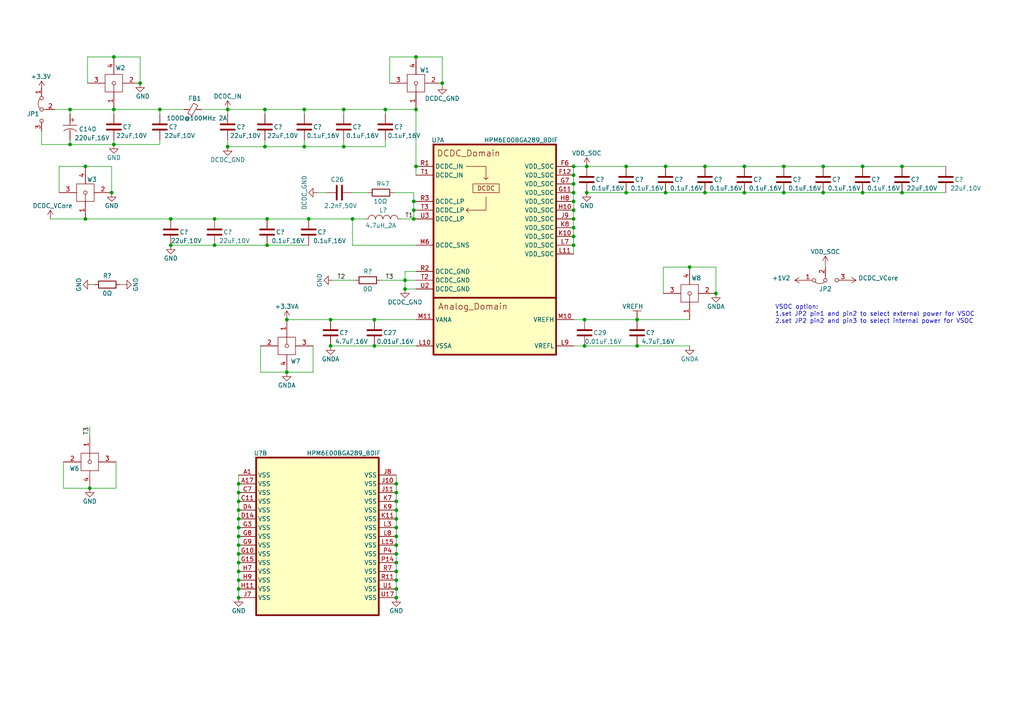
<source format=kicad_sch>
(kicad_sch (version 20230121) (generator eeschema)
  (paper "A4")
  (title_block (title "HPM6E00ADCEVKRevC") (date "2024-09-17") (rev "RevC") (comment 1 "MCU_POWER"))
  (junction (at 66.04 42.545))
  (junction (at 95.885 100.33))
  (junction (at 32.385 55.88))
  (junction (at 114.935 155.575))
  (junction (at 20.32 31.75))
  (junction (at 83.185 92.71))
  (junction (at 166.37 50.8))
  (junction (at 261.62 48.26))
  (junction (at 114.935 158.115))
  (junction (at 69.215 168.275))
  (junction (at 26.035 141.605))
  (junction (at 62.23 63.5))
  (junction (at 204.47 48.26))
  (junction (at 184.785 100.33))
  (junction (at 114.935 153.035))
  (junction (at 238.76 48.26))
  (junction (at 117.475 83.82))
  (junction (at 49.53 71.12))
  (junction (at 24.765 48.26))
  (junction (at 76.835 31.75))
  (junction (at 114.935 165.735))
  (junction (at 99.695 31.75))
  (junction (at 69.215 142.875))
  (junction (at 69.215 160.655))
  (junction (at 166.37 55.88))
  (junction (at 114.935 170.815))
  (junction (at 88.265 42.545))
  (junction (at 114.935 168.275))
  (junction (at 184.785 92.71))
  (junction (at 193.04 48.26))
  (junction (at 77.47 71.12))
  (junction (at 69.215 163.195))
  (junction (at 238.76 55.88))
  (junction (at 114.935 160.655))
  (junction (at 76.835 42.545))
  (junction (at 117.475 81.28))
  (junction (at 114.935 163.195))
  (junction (at 166.37 58.42))
  (junction (at 108.585 100.33))
  (junction (at 166.37 60.96))
  (junction (at 215.9 48.26))
  (junction (at 170.18 55.88))
  (junction (at 46.355 31.75))
  (junction (at 69.215 165.735))
  (junction (at 120.015 58.42))
  (junction (at 120.015 63.5))
  (junction (at 169.545 92.71))
  (junction (at 102.235 63.5))
  (junction (at 120.65 16.51))
  (junction (at 114.935 173.355))
  (junction (at 227.33 55.88))
  (junction (at 261.62 55.88))
  (junction (at 215.9 55.88))
  (junction (at 69.215 158.115))
  (junction (at 170.18 48.26))
  (junction (at 128.27 24.13))
  (junction (at 120.65 48.26))
  (junction (at 193.04 55.88))
  (junction (at 166.37 53.34))
  (junction (at 166.37 71.12))
  (junction (at 89.535 63.5))
  (junction (at 69.215 147.955))
  (junction (at 24.765 63.5))
  (junction (at 20.32 41.91))
  (junction (at 169.545 100.33))
  (junction (at 120.015 60.96))
  (junction (at 181.61 48.26))
  (junction (at 33.02 31.75))
  (junction (at 77.47 63.5))
  (junction (at 33.02 41.91))
  (junction (at 108.585 92.71))
  (junction (at 69.215 140.335))
  (junction (at 250.19 55.88))
  (junction (at 62.23 71.12))
  (junction (at 114.935 142.875))
  (junction (at 69.215 145.415))
  (junction (at 120.65 31.75))
  (junction (at 114.935 147.955))
  (junction (at 204.47 55.88))
  (junction (at 69.215 153.035))
  (junction (at 166.37 66.04))
  (junction (at 114.935 150.495))
  (junction (at 227.33 48.26))
  (junction (at 114.935 145.415))
  (junction (at 166.37 48.26))
  (junction (at 114.935 140.335))
  (junction (at 166.37 63.5))
  (junction (at 111.76 31.75))
  (junction (at 181.61 55.88))
  (junction (at 207.645 85.09))
  (junction (at 200.025 77.47))
  (junction (at 69.215 170.815))
  (junction (at 250.19 48.26))
  (junction (at 49.53 63.5))
  (junction (at 40.64 24.13))
  (junction (at 99.695 42.545))
  (junction (at 33.02 16.51))
  (junction (at 95.885 92.71))
  (junction (at 69.215 155.575))
  (junction (at 83.185 107.95))
  (junction (at 69.215 150.495))
  (junction (at 69.215 173.355))
  (junction (at 166.37 68.58))
  (junction (at 66.04 31.75))
  (junction (at 88.265 31.75))
  (wire (pts (xy 75.565 107.95) (xy 83.185 107.95)))
  (wire (pts (xy 261.62 55.88) (xy 274.32 55.88)))
  (wire (pts (xy 69.215 168.275) (xy 69.215 170.815)))
  (wire (pts (xy 261.62 48.26) (xy 274.32 48.26)))
  (wire (pts (xy 33.02 31.75) (xy 33.02 33.02)))
  (wire (pts (xy 12.065 38.1) (xy 12.065 41.91)))
  (wire (pts (xy 114.935 158.115) (xy 114.935 160.655)))
  (wire (pts (xy 114.935 147.955) (xy 114.935 150.495)))
  (wire (pts (xy 102.235 55.88) (xy 106.68 55.88)))
  (wire (pts (xy 114.935 150.495) (xy 114.935 153.035)))
  (wire (pts (xy 110.49 81.28) (xy 117.475 81.28)))
  (wire (pts (xy 96.52 81.28) (xy 102.87 81.28)))
  (wire (pts (xy 25.4 24.13) (xy 25.4 16.51)))
  (wire (pts (xy 26.67 82.55) (xy 27.305 82.55)))
  (wire (pts (xy 12.065 25.4) (xy 12.065 26.035)))
  (wire (pts (xy 120.65 31.75) (xy 120.65 48.26)))
  (wire (pts (xy 95.885 92.71) (xy 108.585 92.71)))
  (wire (pts (xy 33.02 41.91) (xy 46.355 41.91)))
  (wire (pts (xy 102.235 71.12) (xy 102.235 63.5)))
  (wire (pts (xy 181.61 48.26) (xy 170.18 48.26)))
  (wire (pts (xy 114.935 160.655) (xy 114.935 163.195)))
  (wire (pts (xy 192.405 77.47) (xy 200.025 77.47)))
  (wire (pts (xy 120.65 58.42) (xy 120.015 58.42)))
  (wire (pts (xy 114.935 163.195) (xy 114.935 165.735)))
  (wire (pts (xy 238.76 55.88) (xy 250.19 55.88)))
  (wire (pts (xy 166.37 66.04) (xy 166.37 68.58)))
  (wire (pts (xy 26.035 141.605) (xy 33.655 141.605)))
  (wire (pts (xy 18.415 141.605) (xy 26.035 141.605)))
  (wire (pts (xy 250.19 48.26) (xy 261.62 48.26)))
  (wire (pts (xy 227.33 55.88) (xy 238.76 55.88)))
  (wire (pts (xy 99.695 31.75) (xy 99.695 33.02)))
  (wire (pts (xy 120.015 58.42) (xy 120.015 60.96)))
  (wire (pts (xy 75.565 100.33) (xy 75.565 107.95)))
  (wire (pts (xy 114.935 137.795) (xy 114.935 140.335)))
  (wire (pts (xy 69.215 147.955) (xy 69.215 150.495)))
  (wire (pts (xy 99.695 42.545) (xy 111.76 42.545)))
  (wire (pts (xy 25.4 16.51) (xy 33.02 16.51)))
  (wire (pts (xy 33.655 133.985) (xy 33.655 141.605)))
  (wire (pts (xy 88.265 40.64) (xy 88.265 42.545)))
  (wire (pts (xy 181.61 55.88) (xy 170.18 55.88)))
  (wire (pts (xy 20.32 31.75) (xy 33.02 31.75)))
  (wire (pts (xy 69.215 137.795) (xy 69.215 140.335)))
  (wire (pts (xy 88.265 42.545) (xy 99.695 42.545)))
  (wire (pts (xy 32.385 48.26) (xy 32.385 55.88)))
  (wire (pts (xy 114.935 142.875) (xy 114.935 145.415)))
  (wire (pts (xy 89.535 63.5) (xy 102.235 63.5)))
  (wire (pts (xy 111.76 31.75) (xy 111.76 33.02)))
  (wire (pts (xy 69.215 163.195) (xy 69.215 165.735)))
  (wire (pts (xy 77.47 71.12) (xy 89.535 71.12)))
  (wire (pts (xy 128.27 16.51) (xy 128.27 24.13)))
  (wire (pts (xy 166.37 60.96) (xy 166.37 63.5)))
  (wire (pts (xy 76.835 40.64) (xy 76.835 42.545)))
  (wire (pts (xy 166.37 68.58) (xy 166.37 71.12)))
  (wire (pts (xy 117.475 81.28) (xy 117.475 78.74)))
  (wire (pts (xy 76.835 42.545) (xy 88.265 42.545)))
  (wire (pts (xy 120.65 48.26) (xy 120.65 50.8)))
  (wire (pts (xy 114.3 55.88) (xy 120.015 55.88)))
  (wire (pts (xy 69.215 170.815) (xy 69.215 173.355)))
  (wire (pts (xy 114.935 145.415) (xy 114.935 147.955)))
  (wire (pts (xy 111.76 40.64) (xy 111.76 42.545)))
  (wire (pts (xy 120.65 71.12) (xy 102.235 71.12)))
  (wire (pts (xy 99.695 31.75) (xy 111.76 31.75)))
  (wire (pts (xy 17.145 55.88) (xy 17.145 48.26)))
  (wire (pts (xy 49.53 71.12) (xy 62.23 71.12)))
  (wire (pts (xy 83.185 92.71) (xy 95.885 92.71)))
  (wire (pts (xy 166.37 48.26) (xy 170.18 48.26)))
  (wire (pts (xy 66.04 31.75) (xy 66.04 33.02)))
  (wire (pts (xy 69.215 155.575) (xy 69.215 158.115)))
  (wire (pts (xy 120.015 55.88) (xy 120.015 58.42)))
  (wire (pts (xy 113.03 24.13) (xy 113.03 16.51)))
  (wire (pts (xy 15.875 31.75) (xy 20.32 31.75)))
  (wire (pts (xy 33.02 40.64) (xy 33.02 41.91)))
  (wire (pts (xy 49.53 63.5) (xy 62.23 63.5)))
  (wire (pts (xy 193.04 48.26) (xy 204.47 48.26)))
  (wire (pts (xy 69.215 153.035) (xy 69.215 155.575)))
  (wire (pts (xy 46.355 40.64) (xy 46.355 41.91)))
  (wire (pts (xy 108.585 100.33) (xy 120.65 100.33)))
  (wire (pts (xy 207.645 77.47) (xy 207.645 85.09)))
  (wire (pts (xy 239.395 76.835) (xy 239.395 77.47)))
  (wire (pts (xy 204.47 48.26) (xy 215.9 48.26)))
  (wire (pts (xy 108.585 92.71) (xy 120.65 92.71)))
  (wire (pts (xy 20.32 41.91) (xy 33.02 41.91)))
  (wire (pts (xy 204.47 55.88) (xy 215.9 55.88)))
  (wire (pts (xy 83.185 107.95) (xy 90.805 107.95)))
  (wire (pts (xy 111.76 31.75) (xy 120.65 31.75)))
  (wire (pts (xy 193.04 55.88) (xy 204.47 55.88)))
  (wire (pts (xy 114.935 140.335) (xy 114.935 142.875)))
  (wire (pts (xy 77.47 63.5) (xy 89.535 63.5)))
  (wire (pts (xy 66.04 40.64) (xy 66.04 42.545)))
  (wire (pts (xy 69.215 142.875) (xy 69.215 145.415)))
  (wire (pts (xy 69.215 140.335) (xy 69.215 142.875)))
  (wire (pts (xy 62.23 63.5) (xy 77.47 63.5)))
  (wire (pts (xy 120.65 60.96) (xy 120.015 60.96)))
  (wire (pts (xy 24.765 63.5) (xy 49.53 63.5)))
  (wire (pts (xy 215.9 48.26) (xy 227.33 48.26)))
  (wire (pts (xy 90.805 107.95) (xy 90.805 100.33)))
  (wire (pts (xy 40.64 16.51) (xy 40.64 24.13)))
  (wire (pts (xy 33.02 16.51) (xy 40.64 16.51)))
  (wire (pts (xy 117.475 78.74) (xy 120.65 78.74)))
  (wire (pts (xy 26.035 126.365) (xy 26.035 123.825)))
  (wire (pts (xy 99.695 40.64) (xy 99.695 42.545)))
  (wire (pts (xy 117.475 83.82) (xy 120.65 83.82)))
  (wire (pts (xy 166.37 48.26) (xy 166.37 50.8)))
  (wire (pts (xy 14.605 63.5) (xy 24.765 63.5)))
  (wire (pts (xy 166.37 71.12) (xy 166.37 73.66)))
  (wire (pts (xy 120.015 60.96) (xy 120.015 63.5)))
  (wire (pts (xy 88.265 31.75) (xy 99.695 31.75)))
  (wire (pts (xy 88.265 33.02) (xy 88.265 31.75)))
  (wire (pts (xy 114.935 153.035) (xy 114.935 155.575)))
  (wire (pts (xy 120.65 63.5) (xy 120.015 63.5)))
  (wire (pts (xy 166.37 50.8) (xy 166.37 53.34)))
  (wire (pts (xy 114.935 165.735) (xy 114.935 168.275)))
  (wire (pts (xy 33.02 31.75) (xy 46.355 31.75)))
  (wire (pts (xy 66.04 31.75) (xy 76.835 31.75)))
  (wire (pts (xy 92.075 55.88) (xy 94.615 55.88)))
  (wire (pts (xy 166.37 63.5) (xy 166.37 66.04)))
  (wire (pts (xy 24.765 48.26) (xy 32.385 48.26)))
  (wire (pts (xy 166.37 53.34) (xy 166.37 55.88)))
  (wire (pts (xy 184.785 100.33) (xy 200.025 100.33)))
  (wire (pts (xy 76.835 31.75) (xy 76.835 33.02)))
  (wire (pts (xy 20.32 40.64) (xy 20.32 41.91)))
  (wire (pts (xy 17.145 48.26) (xy 24.765 48.26)))
  (wire (pts (xy 46.355 31.75) (xy 53.34 31.75)))
  (wire (pts (xy 117.475 81.28) (xy 120.65 81.28)))
  (wire (pts (xy 169.545 100.33) (xy 184.785 100.33)))
  (wire (pts (xy 184.785 92.71) (xy 200.025 92.71)))
  (wire (pts (xy 69.215 150.495) (xy 69.215 153.035)))
  (wire (pts (xy 116.205 63.5) (xy 120.015 63.5)))
  (wire (pts (xy 62.23 71.12) (xy 77.47 71.12)))
  (wire (pts (xy 18.415 133.985) (xy 18.415 141.605)))
  (wire (pts (xy 113.03 16.51) (xy 120.65 16.51)))
  (wire (pts (xy 114.935 155.575) (xy 114.935 158.115)))
  (wire (pts (xy 102.235 63.5) (xy 106.045 63.5)))
  (wire (pts (xy 250.19 55.88) (xy 261.62 55.88)))
  (wire (pts (xy 169.545 92.71) (xy 184.785 92.71)))
  (wire (pts (xy 238.76 48.26) (xy 250.19 48.26)))
  (wire (pts (xy 200.025 77.47) (xy 207.645 77.47)))
  (wire (pts (xy 69.215 158.115) (xy 69.215 160.655)))
  (wire (pts (xy 20.32 33.02) (xy 20.32 31.75)))
  (wire (pts (xy 128.27 24.13) (xy 128.27 24.765)))
  (wire (pts (xy 166.37 92.71) (xy 169.545 92.71)))
  (wire (pts (xy 76.835 31.75) (xy 88.265 31.75)))
  (wire (pts (xy 181.61 55.88) (xy 193.04 55.88)))
  (wire (pts (xy 69.215 145.415) (xy 69.215 147.955)))
  (wire (pts (xy 69.215 160.655) (xy 69.215 163.195)))
  (wire (pts (xy 227.33 48.26) (xy 238.76 48.26)))
  (wire (pts (xy 166.37 100.33) (xy 169.545 100.33)))
  (wire (pts (xy 215.9 55.88) (xy 227.33 55.88)))
  (wire (pts (xy 114.935 168.275) (xy 114.935 170.815)))
  (wire (pts (xy 69.215 165.735) (xy 69.215 168.275)))
  (wire (pts (xy 58.42 31.75) (xy 66.04 31.75)))
  (wire (pts (xy 35.56 82.55) (xy 34.925 82.55)))
  (wire (pts (xy 114.935 170.815) (xy 114.935 173.355)))
  (wire (pts (xy 181.61 48.26) (xy 193.04 48.26)))
  (wire (pts (xy 95.885 100.33) (xy 108.585 100.33)))
  (wire (pts (xy 66.04 42.545) (xy 76.835 42.545)))
  (wire (pts (xy 120.65 16.51) (xy 128.27 16.51)))
  (wire (pts (xy 192.405 85.09) (xy 192.405 77.47)))
  (wire (pts (xy 166.37 55.88) (xy 166.37 58.42)))
  (wire (pts (xy 166.37 58.42) (xy 166.37 60.96)))
  (wire (pts (xy 46.355 31.75) (xy 46.355 33.02)))
  (wire (pts (xy 117.475 81.28) (xy 117.475 83.82)))
  (wire (pts (xy 12.065 41.91) (xy 20.32 41.91)))
  (text "VSOC option:\n1.set JP2 pin1 and pin2 to select external power for VSOC\n2.set JP2 pin2 and pin3 to select internal power for VSOC" (at 224.79 93.98 0) (effects (font (size 1.27 1.27)) (justify left bottom)))
  (label "T3" (at 111.76 81.28 0))
  (label "T3" (at 26.035 123.825 270))
  (label "T1" (at 117.475 63.5 0))
  (label "T2" (at 97.79 81.28 0))
  (symbol (lib_id "power:GND") (at 69.215 173.355 0) (unit 1)
    (property "Reference" "#PWR?" (effects hide))
    (property "Value" "GND" (at 67.183 177.165 0) (effects (justify left)))
    (instances (project "HPM5300-POWER" (path "" (reference "#PWR?") (unit 1))) (project "HPM6E00 SKT Board BGA289_BDIF REVA" (path "" (reference "#PWR?") (unit 1))) (project "HPM6E00ADCEVKRevC" (path "" (reference "#PWR0105") (unit 1))) (project "HPM5300 SKT Board LQFP100 REVA" (path "" (reference "#PWR?") (unit 1))))
  )
  (symbol (lib_id "01-HPM-Peripheral:Jumper_3_Bridged12") (at 12.065 31.75 90) (mirror x) (unit 1)
    (property "Reference" "JP1" (at 11.43 33.02 90) (effects (justify left)))
    (property "Value" "Jumper_3_Bridged12" (effects hide))
    (property "Footprint" "05_HPM_Connector_PinHeader:PinHeader_1x03_P2.54mm_Vertical" (effects hide))
  )
  (symbol (lib_id "01-HPM-Peripheral:IPEX3-TXZ_214") (at 24.765 55.88 270) (unit 1)
    (property "Reference" "W3" (at 26.67 52.07 90))
    (property "Value" "IPEX3-TXZ_214" (effects hide))
    (property "Footprint" "01_HPM_Peripheral:RF-SMD_IPEX3-TXZ-214" (effects hide))
    (property "Model" "IPEX3-TXZ_214" (effects hide))
    (property "Company" " SHOU HAN(首韩)" (effects hide))
    (property "SuppliersPartNumber" "C18222211" (effects hide))
    (property "uuid" "std:3c13f2d8b71f4dfdb888abfcda15d851" (effects hide))
  )
  (symbol (lib_id "03_HPM_Capacitance:电解电容_220uF,16V") (at 20.32 36.83 270) (unit 1)
    (property "Reference" "C140" (at 22.86 37.465 90) (effects (justify left)))
    (property "Value" "220uF,16V" (at 21.59 40.005 90) (effects (justify left)))
    (property "Footprint" "03_HPM_Capacitance:CAP-SMD_BD6.3-L6.6-W6.6-LS7.2-R-RD" (effects hide))
    (property "Model" "RVE1C221M0607" (effects hide))
    (property "Company" "ROQANG(容强)" (effects hide))
  )
  (symbol (lib_id "03_HPM_Capacitance:0.1uF,16V_0402") (at 204.47 52.07 0) (unit 1)
    (property "Reference" "C?" (at 207.01 52.07 0) (effects (justify left)))
    (property "Value" "0.1uF,16V" (at 205.74 54.61 0) (effects (justify left)))
    (property "Footprint" "03_HPM_Capacitance:C_0402_1005Metric" (effects hide))
    (property "Model" "CL05B104KO5NNNC" (effects hide))
    (property "Company" "SAMSUNG(三星)" (effects hide))
    (instances (project "HPM5300-POWER" (path "" (reference "C?") (unit 1))) (project "HPM6E00 SKT Board BGA289_BDIF REVA" (path "" (reference "C?") (unit 1))) (project "HPM6E00ADCEVKRevC" (path "" (reference "C35") (unit 1))) (project "HPM5300 SKT Board LQFP100 REVA" (path "" (reference "C?") (unit 1))))
  )
  (symbol (lib_id "01-HPM-Peripheral:Jumper_3_Bridged12") (at 239.395 81.28 0) (mirror x) (unit 1)
    (property "Reference" "JP2" (at 239.395 83.82 0))
    (property "Value" "Jumper_3_Bridged12" (effects hide))
    (property "Footprint" "05_HPM_Connector_PinHeader:PinHeader_1x03_P2.54mm_Vertical" (effects hide))
  )
  (symbol (lib_id "03_HPM_Capacitance:22uF,10V_0603") (at 66.04 36.83 0) (unit 1)
    (property "Reference" "C?" (at 68.58 36.83 0) (effects (justify left)))
    (property "Value" "22uF,10V" (at 66.675 39.37 0) (effects (justify left)))
    (property "Footprint" "03_HPM_Capacitance:C_0805_2012Metric" (effects hide))
    (property "Model" " CL10A226MP8NUNE" (effects hide))
    (property "Company" " SAMSUNG(三星)" (effects hide))
    (instances (project "HPM6E00 SKT Board BGA289_BDIF REVA" (path "" (reference "C?") (unit 1))) (project "HPM6E00ADCEVKRevC" (path "" (reference "C19") (unit 1))))
  )
  (symbol (lib_id "01-HPM-Peripheral:IPEX3-TXZ_214") (at 120.65 24.13 270) (unit 1)
    (property "Reference" "W1" (at 123.19 20.32 90))
    (property "Value" "IPEX3-TXZ_214" (effects hide))
    (property "Footprint" "01_HPM_Peripheral:RF-SMD_IPEX3-TXZ-214" (effects hide))
    (property "Model" "IPEX3-TXZ_214" (effects hide))
    (property "Company" " SHOU HAN(首韩)" (effects hide))
    (property "SuppliersPartNumber" "C18222211" (effects hide))
    (property "uuid" "std:3c13f2d8b71f4dfdb888abfcda15d851" (effects hide))
  )
  (symbol (lib_id "03_HPM_Capacitance:10nF,16V_0402") (at 108.585 96.52 0) (unit 1)
    (property "Reference" "C27" (at 111.125 96.52 0) (effects (justify left)))
    (property "Value" "0.01uF,16V" (at 109.22 99.06 0) (effects (justify left)))
    (property "Footprint" "03_HPM_Capacitance:C_0402" (effects hide))
    (property "Model" " CC0402KRX7R7BB103" (effects hide))
    (property "Company" " YAGEO(国巨) " (effects hide))
  )
  (symbol (lib_id "00_HPM_power:DCDC_GND") (at 117.475 83.82 0) (unit 1)
    (property "Reference" "#PWR0119" (effects hide))
    (property "Value" "DCDC_GND" (at 117.475 87.63 0))
  )
  (symbol (lib_id "03_HPM_Capacitance:0.1uF,16V_0402") (at 170.18 52.07 0) (unit 1)
    (property "Reference" "C?" (at 172.72 52.07 0) (effects (justify left)))
    (property "Value" "0.1uF,16V" (at 171.45 54.61 0) (effects (justify left)))
    (property "Footprint" "03_HPM_Capacitance:C_0402_1005Metric" (effects hide))
    (property "Model" "CL05B104KO5NNNC" (effects hide))
    (property "Company" "SAMSUNG(三星)" (effects hide))
    (instances (project "HPM5300-POWER" (path "" (reference "C?") (unit 1))) (project "HPM6E00 SKT Board BGA289_BDIF REVA" (path "" (reference "C?") (unit 1))) (project "HPM6E00ADCEVKRevC" (path "" (reference "C31") (unit 1))) (project "HPM5300 SKT Board LQFP100 REVA" (path "" (reference "C?") (unit 1))))
  )
  (symbol (lib_id "00_HPM_power:DCDC_GND") (at 92.075 55.88 270) (unit 1)
    (property "Reference" "#PWR0108" (effects hide))
    (property "Value" "DCDC_GND" (at 88.265 55.88 0))
  )
  (symbol (lib_id "power:+3.3VA") (at 83.185 92.71 0) (unit 1)
    (property "Reference" "#PWR?" (effects hide))
    (property "Value" "+3.3VA" (at 83.185 88.9 0))
    (instances (project "HPM5300-POWER" (path "" (reference "#PWR?") (unit 1))) (project "HPM6E00 SKT Board BGA289_BDIF REVA" (path "" (reference "#PWR?") (unit 1))) (project "HPM6E00ADCEVKRevC" (path "" (reference "#PWR0110") (unit 1))) (project "HPM5300 SKT Board LQFP100 REVA" (path "" (reference "#PWR?") (unit 1))))
  )
  (symbol (lib_id "power:GND") (at 32.385 55.88 0) (unit 1)
    (property "Reference" "#PWR?" (effects hide))
    (property "Value" "GND" (at 30.353 59.69 0) (effects (justify left)))
    (instances (project "HPM5300-POWER" (path "" (reference "#PWR?") (unit 1))) (project "HPM6E00 SKT Board BGA289_BDIF REVA" (path "" (reference "#PWR?") (unit 1))) (project "HPM6E00ADCEVKRevC" (path "" (reference "#PWR0115") (unit 1))) (project "HPM5300 SKT Board LQFP100 REVA" (path "" (reference "#PWR?") (unit 1))))
  )
  (symbol (lib_id "00_HPM_power:DCDC_VCore") (at 245.745 81.28 270) (mirror x) (unit 1) (in_bom no) (on_board no)
    (property "Reference" "#PWR0125" (effects hide))
    (property "Value" "DCDC_VCore" (at 248.92 80.645 90) (effects (justify left)))
  )
  (symbol (lib_id "power:GND") (at 33.02 41.91 0) (unit 1)
    (property "Reference" "#PWR?" (effects hide))
    (property "Value" "GND" (at 30.988 45.72 0) (effects (justify left)))
    (instances (project "HPM5300-POWER" (path "" (reference "#PWR?") (unit 1))) (project "HPM6E00 SKT Board BGA289_BDIF REVA" (path "" (reference "#PWR?") (unit 1))) (project "HPM6E00ADCEVKRevC" (path "" (reference "#PWR0114") (unit 1))) (project "HPM5300 SKT Board LQFP100 REVA" (path "" (reference "#PWR?") (unit 1))))
  )
  (symbol (lib_id "00_HPM_power:DCDC_GND") (at 66.04 42.545 0) (unit 1)
    (property "Reference" "#PWR0109" (effects hide))
    (property "Value" "DCDC_GND" (at 66.04 46.355 0))
  )
  (symbol (lib_id "power:GND") (at 96.52 81.28 270) (unit 1)
    (property "Reference" "#PWR?" (effects hide))
    (property "Value" "GND" (at 92.71 79.248 0) (effects (justify left)))
    (instances (project "HPM5300-POWER" (path "" (reference "#PWR?") (unit 1))) (project "HPM6E00 SKT Board BGA289_BDIF REVA" (path "" (reference "#PWR?") (unit 1))) (project "HPM6E00ADCEVKRevC" (path "" (reference "#PWR0111") (unit 1))) (project "HPM5300 SKT Board LQFP100 REVA" (path "" (reference "#PWR?") (unit 1))))
  )
  (symbol (lib_id "03_HPM_Capacitance:22uF,10V_0603") (at 49.53 67.31 0) (unit 1)
    (property "Reference" "C?" (at 52.07 67.31 0) (effects (justify left)))
    (property "Value" "22uF,10V" (at 49.53 69.85 0) (effects (justify left)))
    (property "Footprint" "03_HPM_Capacitance:C_0805_2012Metric" (effects hide))
    (property "Model" " CL10A226MP8NUNE" (effects hide))
    (property "Company" " SAMSUNG(三星)" (effects hide))
    (instances (project "HPM6E00 SKT Board BGA289_BDIF REVA" (path "" (reference "C?") (unit 1))) (project "HPM6E00ADCEVKRevC" (path "" (reference "C18") (unit 1))))
  )
  (symbol (lib_id "07_HPM_Inductance:4.7uH_2A") (at 111.125 63.5 0) (unit 1)
    (property "Reference" "L?" (at 111.125 60.96 0))
    (property "Value" "4.7uH_2A" (at 110.49 65.405 0))
    (property "Footprint" "07_HPM_Inductance:L_1210_3225Metric" (effects hide))
    (property "Model" "DFE322520FD-4R7M=P2" (effects hide))
    (property "Company" "muRata(村田)" (effects hide))
    (instances (project "HPM5300-POWER" (path "" (reference "L?") (unit 1))) (project "HPM6E00 SKT Board BGA289_BDIF REVA" (path "" (reference "L?") (unit 1))) (project "HPM6E00ADCEVKRevC" (path "" (reference "L4") (unit 1))) (project "HPM5300 SKT Board LQFP100 REVA" (path "" (reference "L?") (unit 1))))
  )
  (symbol (lib_id "03_HPM_Capacitance:0.1uF,16V_0402") (at 215.9 52.07 0) (unit 1)
    (property "Reference" "C?" (at 218.44 52.07 0) (effects (justify left)))
    (property "Value" "0.1uF,16V" (at 217.17 54.61 0) (effects (justify left)))
    (property "Footprint" "03_HPM_Capacitance:C_0402_1005Metric" (effects hide))
    (property "Model" "CL05B104KO5NNNC" (effects hide))
    (property "Company" "SAMSUNG(三星)" (effects hide))
    (instances (project "HPM5300-POWER" (path "" (reference "C?") (unit 1))) (project "HPM6E00 SKT Board BGA289_BDIF REVA" (path "" (reference "C?") (unit 1))) (project "HPM6E00ADCEVKRevC" (path "" (reference "C37") (unit 1))) (project "HPM5300 SKT Board LQFP100 REVA" (path "" (reference "C?") (unit 1))))
  )
  (symbol (lib_id "03_HPM_Capacitance:10nF,16V_0402") (at 169.545 96.52 0) (unit 1)
    (property "Reference" "C29" (at 172.085 96.52 0) (effects (justify left)))
    (property "Value" "0.01uF,16V" (at 169.545 99.06 0) (effects (justify left)))
    (property "Footprint" "03_HPM_Capacitance:C_0402" (effects hide))
    (property "Model" " CC0402KRX7R7BB103" (effects hide))
    (property "Company" " YAGEO(国巨) " (effects hide))
  )
  (symbol (lib_id "03_HPM_Capacitance:22uF,10V_0603") (at 274.32 52.07 0) (unit 1)
    (property "Reference" "C?" (at 276.86 52.07 0) (effects (justify left)))
    (property "Value" "22uF,10V" (at 275.59 54.61 0) (effects (justify left)))
    (property "Footprint" "03_HPM_Capacitance:C_0603_1608Metric" (effects hide))
    (property "Model" " CL10A226MP8NUNE" (effects hide))
    (property "Company" " SAMSUNG(三星)" (effects hide))
    (instances (project "HPM6E00 SKT Board BGA289_BDIF REVA" (path "" (reference "C?") (unit 1))) (project "HPM6E00ADCEVKRevC" (path "" (reference "C39") (unit 1))))
  )
  (symbol (lib_id "01-HPM-Peripheral:IPEX3-TXZ_214") (at 33.02 24.13 270) (unit 1)
    (property "Reference" "W2" (at 34.925 19.685 90))
    (property "Value" "IPEX3-TXZ_214" (effects hide))
    (property "Footprint" "01_HPM_Peripheral:RF-SMD_IPEX3-TXZ-214" (effects hide))
    (property "Model" "IPEX3-TXZ_214" (effects hide))
    (property "Company" " SHOU HAN(首韩)" (effects hide))
    (property "SuppliersPartNumber" "C18222211" (effects hide))
    (property "uuid" "std:3c13f2d8b71f4dfdb888abfcda15d851" (effects hide))
  )
  (symbol (lib_id "02_HPM_Resistor:0Ω_0805") (at 106.68 81.28 0) (unit 1)
    (property "Reference" "R?" (at 106.68 78.74 0))
    (property "Value" "0Ω" (at 106.68 83.82 0))
    (property "Footprint" "02_HPM_Resistor:R_0805_2012Metric" (effects hide))
    (property "Model" "RS-05000JT" (effects hide))
    (property "Company" "FH(风华)" (effects hide))
    (instances (project "HPM6E00 SKT Board BGA289_BDIF REVA" (path "" (reference "R?") (unit 1))) (project "HPM6E00ADCEVKRevC" (path "" (reference "R85") (unit 1))))
  )
  (symbol (lib_id "00_HPM_power:GNDA") (at 83.185 107.95 0) (unit 1)
    (property "Reference" "#PWR?" (effects hide))
    (property "Value" "GNDA" (at 83.185 111.76 0))
    (instances (project "HPM5300-POWER" (path "" (reference "#PWR?") (unit 1))) (project "HPM6E00 SKT Board BGA289_BDIF REVA" (path "" (reference "#PWR?") (unit 1))) (project "HPM6E00ADCEVKRevC" (path "" (reference "#PWR0106") (unit 1))) (project "HPM5300 SKT Board LQFP100 REVA" (path "" (reference "#PWR?") (unit 1))))
  )
  (symbol (lib_id "03_HPM_Capacitance:22uF,10V_0603") (at 76.835 36.83 0) (unit 1)
    (property "Reference" "C?" (at 79.375 36.83 0) (effects (justify left)))
    (property "Value" "22uF,10V" (at 77.47 39.37 0) (effects (justify left)))
    (property "Footprint" "03_HPM_Capacitance:C_0805_2012Metric" (effects hide))
    (property "Model" " CL10A226MP8NUNE" (effects hide))
    (property "Company" " SAMSUNG(三星)" (effects hide))
    (instances (project "HPM6E00 SKT Board BGA289_BDIF REVA" (path "" (reference "C?") (unit 1))) (project "HPM6E00ADCEVKRevC" (path "" (reference "C20") (unit 1))))
  )
  (symbol (lib_id "98_POWER:VDD_SOC") (at 239.395 76.835 0) (mirror y) (unit 1)
    (property "Reference" "#VDD_SOC_PWR?" (effects hide))
    (property "Value" "VDD_SOC" (at 239.395 73.025 0))
    (instances (project "HPM5300-POWER" (path "" (reference "#VDD_SOC_PWR?") (unit 1))) (project "HPM6E00 SKT Board BGA289_BDIF REVA" (path "" (reference "#VDD_SOC_PWR?") (unit 1))) (project "HPM6E00ADCEVKRevC" (path "" (reference "#VDD_SOC_PWR0102") (unit 1))) (project "HPM5300 SKT Board LQFP100 REVA" (path "" (reference "#VDD_SOC_PWR?") (unit 1))))
  )
  (symbol (lib_id "00_HPM_power:DCDC_GND") (at 128.27 24.765 0) (unit 1)
    (property "Reference" "#PWR0123" (effects hide))
    (property "Value" "DCDC_GND" (at 128.27 28.575 0))
  )
  (symbol (lib_id "power:+3.3V") (at 12.065 26.035 0) (unit 1)
    (property "Reference" "#PWR?" (effects hide))
    (property "Value" "+3.3V" (at 8.89 22.225 0) (effects (justify left)))
    (instances (project "HPM5300-POWER" (path "" (reference "#PWR?") (unit 1))) (project "HPM6E00 SKT Board BGA289_BDIF REVA" (path "" (reference "#PWR?") (unit 1))) (project "HPM6E00ADCEVKRevC" (path "" (reference "#PWR0101") (unit 1))) (project "HPM5300 SKT Board LQFP100 REVA" (path "" (reference "#PWR?") (unit 1))))
  )
  (symbol (lib_id "01-HPM-Peripheral:IPEX3-TXZ_214") (at 26.035 133.985 90) (unit 1)
    (property "Reference" "W6" (at 21.59 135.89 90))
    (property "Value" "IPEX3-TXZ_214" (effects hide))
    (property "Footprint" "01_HPM_Peripheral:RF-SMD_IPEX3-TXZ-214" (effects hide))
    (property "Model" "IPEX3-TXZ_214" (effects hide))
    (property "Company" " SHOU HAN(首韩)" (effects hide))
    (property "SuppliersPartNumber" "C18222211" (effects hide))
    (property "uuid" "std:3c13f2d8b71f4dfdb888abfcda15d851" (effects hide))
  )
  (symbol (lib_id "power:GND") (at 40.64 24.13 0) (unit 1)
    (property "Reference" "#PWR?" (effects hide))
    (property "Value" "GND" (at 39.37 27.94 0) (effects (justify left)))
    (instances (project "HPM5300-POWER" (path "" (reference "#PWR?") (unit 1))) (project "HPM6E00 SKT Board BGA289_BDIF REVA" (path "" (reference "#PWR?") (unit 1))) (project "HPM6E00ADCEVKRevC" (path "" (reference "#PWR0102") (unit 1))) (project "HPM5300 SKT Board LQFP100 REVA" (path "" (reference "#PWR?") (unit 1))))
  )
  (symbol (lib_id "99_HPM:HPM6E00BGA289_BDIF") (at 125.73 41.91 0) (unit 1)
    (property "Reference" "U?" (at 127 40.64 0))
    (property "Value" "HPM6E00BGA289_BDIF" (at 151.13 40.64 0))
    (property "Footprint" "00_HPM_Library:BGA-289_17x17_14.0x14.0mm" (effects hide))
    (instances (project "HPM6E00 SKT Board BGA289_BDIF REVA" (path "" (reference "U?") (unit 1))) (project "HPM6E00ADCEVKRevC" (path "" (reference "U9") (unit 1))))
  )
  (symbol (lib_id "00_HPM_power:VREFH") (at 184.785 92.71 0) (unit 1) (in_bom no) (on_board no)
    (property "Reference" "#PWR?" (effects hide))
    (property "Value" "VREFH" (at 183.515 88.9 0))
    (instances (project "HPM62_63_144_ADC_EVK_RevC" (path "" (reference "#PWR?") (unit 1))) (project "HPM6E00ADCEVKRevC" (path "" (reference "#PWR?") (unit 1)) (path "" (reference "#PWR0121") (unit 1))))
  )
  (symbol (lib_id "07_HPM_Inductance:磁珠-100Ω@100MHz_2A_0603") (at 53.34 31.75 0) (unit 1)
    (property "Reference" "FB1" (at 54.61 28.575 0) (effects (justify left)))
    (property "Value" "100Ω@100MHz 2A" (at 48.26 34.29 0) (effects (justify left)))
    (property "Footprint" "02_HPM_Resistor:R_0603_1608Metric" (effects hide))
    (property "Model" "PZ1608D101-2R0TF" (effects hide))
    (property "Company" " Sunlord(顺络)" (effects hide))
  )
  (symbol (lib_id "03_HPM_Capacitance:0.1uF,16V_0402") (at 111.76 36.83 0) (unit 1)
    (property "Reference" "C?" (at 114.3 36.83 0) (effects (justify left)))
    (property "Value" "0.1uF,16V" (at 112.395 39.37 0) (effects (justify left)))
    (property "Footprint" "03_HPM_Capacitance:C_0402_1005Metric" (effects hide))
    (property "Model" "CL05B104KO5NNNC" (effects hide))
    (property "Company" "SAMSUNG(三星)" (effects hide))
    (instances (project "HPM6E00 SKT Board BGA289_BDIF REVA" (path "" (reference "C?") (unit 1))) (project "HPM6E00ADCEVKRevC" (path "" (reference "C28") (unit 1))))
  )
  (symbol (lib_id "98_POWER:VDD_SOC") (at 170.18 48.26 0) (unit 1)
    (property "Reference" "#VDD_SOC_PWR?" (effects hide))
    (property "Value" "VDD_SOC" (at 170.18 44.45 0))
    (instances (project "HPM5300-POWER" (path "" (reference "#VDD_SOC_PWR?") (unit 1))) (project "HPM6E00 SKT Board BGA289_BDIF REVA" (path "" (reference "#VDD_SOC_PWR?") (unit 1))) (project "HPM6E00ADCEVKRevC" (path "" (reference "#VDD_SOC_PWR0101") (unit 1))) (project "HPM5300 SKT Board LQFP100 REVA" (path "" (reference "#VDD_SOC_PWR?") (unit 1))))
  )
  (symbol (lib_id "03_HPM_Capacitance:22uF,10V_0603") (at 33.02 36.83 0) (unit 1)
    (property "Reference" "C?" (at 35.56 36.83 0) (effects (justify left)))
    (property "Value" "22uF,10V" (at 33.655 39.37 0) (effects (justify left)))
    (property "Footprint" "03_HPM_Capacitance:C_0805_2012Metric" (effects hide))
    (property "Model" " CL10A226MP8NUNE" (effects hide))
    (property "Company" " SAMSUNG(三星)" (effects hide))
    (instances (project "HPM6E00 SKT Board BGA289_BDIF REVA" (path "" (reference "C?") (unit 1))) (project "HPM6E00ADCEVKRevC" (path "" (reference "C14") (unit 1))))
  )
  (symbol (lib_id "power:GND") (at 49.53 71.12 0) (unit 1)
    (property "Reference" "#PWR?" (effects hide))
    (property "Value" "GND" (at 47.498 74.93 0) (effects (justify left)))
    (instances (project "HPM5300-POWER" (path "" (reference "#PWR?") (unit 1))) (project "HPM6E00 SKT Board BGA289_BDIF REVA" (path "" (reference "#PWR?") (unit 1))) (project "HPM6E00ADCEVKRevC" (path "" (reference "#PWR0113") (unit 1))) (project "HPM5300 SKT Board LQFP100 REVA" (path "" (reference "#PWR?") (unit 1))))
  )
  (symbol (lib_id "03_HPM_Capacitance:0.1uF,16V_0402") (at 193.04 52.07 0) (unit 1)
    (property "Reference" "C?" (at 195.58 52.07 0) (effects (justify left)))
    (property "Value" "0.1uF,16V" (at 194.31 54.61 0) (effects (justify left)))
    (property "Footprint" "03_HPM_Capacitance:C_0402_1005Metric" (effects hide))
    (property "Model" "CL05B104KO5NNNC" (effects hide))
    (property "Company" "SAMSUNG(三星)" (effects hide))
    (instances (project "HPM5300-POWER" (path "" (reference "C?") (unit 1))) (project "HPM6E00 SKT Board BGA289_BDIF REVA" (path "" (reference "C?") (unit 1))) (project "HPM6E00ADCEVKRevC" (path "" (reference "C34") (unit 1))) (project "HPM5300 SKT Board LQFP100 REVA" (path "" (reference "C?") (unit 1))))
  )
  (symbol (lib_id "98_POWER:DCDC_IN") (at 66.04 31.75 0) (unit 1)
    (property "Reference" "#PWR?" (effects hide))
    (property "Value" "DCDC_IN" (at 66.04 27.94 0))
    (instances (project "HPM6E00 SKT Board BGA289_BDIF REVA" (path "" (reference "#PWR?") (unit 1))) (project "HPM6E00ADCEVKRevC" (path "" (reference "#PWR0103") (unit 1))))
  )
  (symbol (lib_id "03_HPM_Capacitance:0.1uF,16V_0402") (at 77.47 67.31 0) (unit 1)
    (property "Reference" "C?" (at 80.01 67.31 0) (effects (justify left)))
    (property "Value" "0.1uF,16V" (at 78.74 69.85 0) (effects (justify left)))
    (property "Footprint" "03_HPM_Capacitance:C_0402_1005Metric" (effects hide))
    (property "Model" "CL05B104KO5NNNC" (effects hide))
    (property "Company" "SAMSUNG(三星)" (effects hide))
    (instances (project "HPM6E00 SKT Board BGA289_BDIF REVA" (path "" (reference "C?") (unit 1))) (project "HPM6E00ADCEVKRevC" (path "" (reference "C124") (unit 1))))
  )
  (symbol (lib_id "power:GND") (at 114.935 173.355 0) (unit 1)
    (property "Reference" "#PWR?" (effects hide))
    (property "Value" "GND" (at 112.903 177.165 0) (effects (justify left)))
    (instances (project "HPM5300-POWER" (path "" (reference "#PWR?") (unit 1))) (project "HPM6E00 SKT Board BGA289_BDIF REVA" (path "" (reference "#PWR?") (unit 1))) (project "HPM6E00ADCEVKRevC" (path "" (reference "#PWR0104") (unit 1))) (project "HPM5300 SKT Board LQFP100 REVA" (path "" (reference "#PWR?") (unit 1))))
  )
  (symbol (lib_id "02_HPM_Resistor:10Ω_0402") (at 110.49 55.88 0) (unit 1)
    (property "Reference" "R47" (at 113.03 53.34 0) (effects (justify right)))
    (property "Value" "10Ω" (at 112.395 58.42 0) (effects (justify right)))
    (property "Footprint" "02_HPM_Resistor:R_0603_1608Metric" (effects hide))
    (property "Model" "0402WGF100JTCE" (effects hide))
    (property "Company" "UNI-ROYAL(厚声)" (effects hide))
  )
  (symbol (lib_id "03_HPM_Capacitance:0.1uF,16V_0402") (at 181.61 52.07 0) (unit 1)
    (property "Reference" "C?" (at 184.15 52.07 0) (effects (justify left)))
    (property "Value" "0.1uF,16V" (at 182.88 54.61 0) (effects (justify left)))
    (property "Footprint" "03_HPM_Capacitance:C_0402_1005Metric" (effects hide))
    (property "Model" "CL05B104KO5NNNC" (effects hide))
    (property "Company" "SAMSUNG(三星)" (effects hide))
    (instances (project "HPM5300-POWER" (path "" (reference "C?") (unit 1))) (project "HPM6E00 SKT Board BGA289_BDIF REVA" (path "" (reference "C?") (unit 1))) (project "HPM6E00ADCEVKRevC" (path "" (reference "C33") (unit 1))) (project "HPM5300 SKT Board LQFP100 REVA" (path "" (reference "C?") (unit 1))))
  )
  (symbol (lib_id "03_HPM_Capacitance:0.1uF,16V_0402") (at 250.19 52.07 0) (unit 1)
    (property "Reference" "C?" (at 252.73 52.07 0) (effects (justify left)))
    (property "Value" "0.1uF,16V" (at 251.46 54.61 0) (effects (justify left)))
    (property "Footprint" "03_HPM_Capacitance:C_0402_1005Metric" (effects hide))
    (property "Model" "CL05B104KO5NNNC" (effects hide))
    (property "Company" "SAMSUNG(三星)" (effects hide))
    (instances (project "HPM5300-POWER" (path "" (reference "C?") (unit 1))) (project "HPM6E00 SKT Board BGA289_BDIF REVA" (path "" (reference "C?") (unit 1))) (project "HPM6E00ADCEVKRevC" (path "" (reference "C101") (unit 1))) (project "HPM5300 SKT Board LQFP100 REVA" (path "" (reference "C?") (unit 1))))
  )
  (symbol (lib_id "00_HPM_power:+1V2") (at 233.045 81.28 90) (mirror x) (unit 1)
    (property "Reference" "#PWR0126" (effects hide))
    (property "Value" "+1V2" (at 229.235 80.645 90) (effects (justify left)))
  )
  (symbol (lib_id "03_HPM_Capacitance:22uF,10V_0603") (at 261.62 52.07 0) (unit 1)
    (property "Reference" "C?" (at 264.16 52.07 0) (effects (justify left)))
    (property "Value" "22uF,10V" (at 262.89 54.61 0) (effects (justify left)))
    (property "Footprint" "03_HPM_Capacitance:C_0603_1608Metric" (effects hide))
    (property "Model" " CL10A226MP8NUNE" (effects hide))
    (property "Company" " SAMSUNG(三星)" (effects hide))
    (instances (project "HPM6E00 SKT Board BGA289_BDIF REVA" (path "" (reference "C?") (unit 1))) (project "HPM6E00ADCEVKRevC" (path "" (reference "C38") (unit 1))))
  )
  (symbol (lib_id "03_HPM_Capacitance:0.1uF,16V_0402") (at 99.695 36.83 0) (unit 1)
    (property "Reference" "C?" (at 102.235 36.83 0) (effects (justify left)))
    (property "Value" "0.1uF,16V" (at 100.33 39.37 0) (effects (justify left)))
    (property "Footprint" "03_HPM_Capacitance:C_0402_1005Metric" (effects hide))
    (property "Model" "CL05B104KO5NNNC" (effects hide))
    (property "Company" "SAMSUNG(三星)" (effects hide))
    (instances (project "HPM6E00 SKT Board BGA289_BDIF REVA" (path "" (reference "C?") (unit 1))) (project "HPM6E00ADCEVKRevC" (path "" (reference "C25") (unit 1))))
  )
  (symbol (lib_id "power:GND") (at 35.56 82.55 90) (unit 1)
    (property "Reference" "#PWR?" (effects hide))
    (property "Value" "GND" (at 39.37 84.582 0) (effects (justify left)))
    (instances (project "HPM5300-POWER" (path "" (reference "#PWR?") (unit 1))) (project "HPM6E00 SKT Board BGA289_BDIF REVA" (path "" (reference "#PWR?") (unit 1))) (project "HPM6E00ADCEVKRevC" (path "" (reference "#PWR0118") (unit 1))) (project "HPM5300 SKT Board LQFP100 REVA" (path "" (reference "#PWR?") (unit 1))))
  )
  (symbol (lib_id "03_HPM_Capacitance:2.2nF,50V_0402") (at 98.425 55.88 270) (unit 1)
    (property "Reference" "C26" (at 95.885 52.07 90) (effects (justify left)))
    (property "Value" "2.2nF,50V" (at 93.98 59.69 90) (effects (justify left)))
    (property "Footprint" "03_HPM_Capacitance:C_0402_1005Metric" (effects hide))
    (property "Model" " CL05B222KB5NNNC" (effects hide))
    (property "Company" "SAMSUNG(三星)" (effects hide))
  )
  (symbol (lib_id "00_HPM_power:GNDA") (at 207.645 85.09 0) (unit 1)
    (property "Reference" "#PWR?" (effects hide))
    (property "Value" "GNDA" (at 207.645 88.9 0))
    (instances (project "HPM5300-POWER" (path "" (reference "#PWR?") (unit 1))) (project "HPM6E00 SKT Board BGA289_BDIF REVA" (path "" (reference "#PWR?") (unit 1))) (project "HPM6E00ADCEVKRevC" (path "" (reference "#PWR0124") (unit 1))) (project "HPM5300 SKT Board LQFP100 REVA" (path "" (reference "#PWR?") (unit 1))))
  )
  (symbol (lib_id "power:GND") (at 170.18 55.88 0) (unit 1)
    (property "Reference" "#PWR?" (effects hide))
    (property "Value" "GND" (at 168.148 59.69 0) (effects (justify left)))
    (instances (project "HPM5300-POWER" (path "" (reference "#PWR?") (unit 1))) (project "HPM6E00 SKT Board BGA289_BDIF REVA" (path "" (reference "#PWR?") (unit 1))) (project "HPM6E00ADCEVKRevC" (path "" (reference "#PWR0120") (unit 1))) (project "HPM5300 SKT Board LQFP100 REVA" (path "" (reference "#PWR?") (unit 1))))
  )
  (symbol (lib_id "03_HPM_Capacitance:0.1uF,16V_0402") (at 227.33 52.07 0) (unit 1)
    (property "Reference" "C?" (at 229.87 52.07 0) (effects (justify left)))
    (property "Value" "0.1uF,16V" (at 228.6 54.61 0) (effects (justify left)))
    (property "Footprint" "03_HPM_Capacitance:C_0402_1005Metric" (effects hide))
    (property "Model" "CL05B104KO5NNNC" (effects hide))
    (property "Company" "SAMSUNG(三星)" (effects hide))
    (instances (project "HPM5300-POWER" (path "" (reference "C?") (unit 1))) (project "HPM6E00 SKT Board BGA289_BDIF REVA" (path "" (reference "C?") (unit 1))) (project "HPM6E00ADCEVKRevC" (path "" (reference "C83") (unit 1))) (project "HPM5300 SKT Board LQFP100 REVA" (path "" (reference "C?") (unit 1))))
  )
  (symbol (lib_id "03_HPM_Capacitance:0.1uF,16V_0402") (at 238.76 52.07 0) (unit 1)
    (property "Reference" "C?" (at 241.3 52.07 0) (effects (justify left)))
    (property "Value" "0.1uF,16V" (at 240.03 54.61 0) (effects (justify left)))
    (property "Footprint" "03_HPM_Capacitance:C_0402_1005Metric" (effects hide))
    (property "Model" "CL05B104KO5NNNC" (effects hide))
    (property "Company" "SAMSUNG(三星)" (effects hide))
    (instances (project "HPM5300-POWER" (path "" (reference "C?") (unit 1))) (project "HPM6E00 SKT Board BGA289_BDIF REVA" (path "" (reference "C?") (unit 1))) (project "HPM6E00ADCEVKRevC" (path "" (reference "C100") (unit 1))) (project "HPM5300 SKT Board LQFP100 REVA" (path "" (reference "C?") (unit 1))))
  )
  (symbol (lib_id "03_HPM_Capacitance:4.7uF,16V_0603") (at 95.885 96.52 0) (unit 1)
    (property "Reference" "C?" (at 98.425 96.52 0) (effects (justify left)))
    (property "Value" "4.7uF,16V" (at 97.155 99.06 0) (effects (justify left)))
    (property "Footprint" "03_HPM_Capacitance:C_0402" (effects hide))
    (property "Model" "CL10A475KO8NNNC" (effects hide))
    (property "Company" " SAMSUNG(三星)" (effects hide))
    (instances (project "HPM5300-POWER" (path "" (reference "C?") (unit 1))) (project "HPM6E00 SKT Board BGA289_BDIF REVA" (path "" (reference "C?") (unit 1))) (project "HPM6E00ADCEVKRevC" (path "" (reference "C24") (unit 1))) (project "HPM5300 SKT Board LQFP100 REVA" (path "" (reference "C?") (unit 1))))
  )
  (symbol (lib_id "power:GND") (at 26.035 141.605 0) (unit 1)
    (property "Reference" "#PWR?" (effects hide))
    (property "Value" "GND" (at 24.003 145.415 0) (effects (justify left)))
    (instances (project "HPM5300-POWER" (path "" (reference "#PWR?") (unit 1))) (project "HPM6E00 SKT Board BGA289_BDIF REVA" (path "" (reference "#PWR?") (unit 1))) (project "HPM6E00ADCEVKRevC" (path "" (reference "#PWR0112") (unit 1))) (project "HPM5300 SKT Board LQFP100 REVA" (path "" (reference "#PWR?") (unit 1))))
  )
  (symbol (lib_id "03_HPM_Capacitance:4.7uF,16V_0603") (at 184.785 96.52 0) (unit 1)
    (property "Reference" "C?" (at 187.325 96.52 0) (effects (justify left)))
    (property "Value" "4.7uF,16V" (at 186.055 99.06 0) (effects (justify left)))
    (property "Footprint" "03_HPM_Capacitance:C_0402" (effects hide))
    (property "Model" "CL10A475KO8NNNC" (effects hide))
    (property "Company" " SAMSUNG(三星)" (effects hide))
    (instances (project "HPM5300-POWER" (path "" (reference "C?") (unit 1))) (project "HPM6E00 SKT Board BGA289_BDIF REVA" (path "" (reference "C?") (unit 1))) (project "HPM6E00ADCEVKRevC" (path "" (reference "C32") (unit 1))) (project "HPM5300 SKT Board LQFP100 REVA" (path "" (reference "C?") (unit 1))))
  )
  (symbol (lib_id "03_HPM_Capacitance:22uF,10V_0603") (at 46.355 36.83 0) (unit 1)
    (property "Reference" "C?" (at 48.895 36.83 0) (effects (justify left)))
    (property "Value" "22uF,10V" (at 47.625 39.37 0) (effects (justify left)))
    (property "Footprint" "03_HPM_Capacitance:C_0805_2012Metric" (effects hide))
    (property "Model" " CL10A226MP8NUNE" (effects hide))
    (property "Company" " SAMSUNG(三星)" (effects hide))
    (instances (project "HPM6E00 SKT Board BGA289_BDIF REVA" (path "" (reference "C?") (unit 1))) (project "HPM6E00ADCEVKRevC" (path "" (reference "C17") (unit 1))))
  )
  (symbol (lib_id "power:GND") (at 26.67 82.55 270) (unit 1)
    (property "Reference" "#PWR?" (effects hide))
    (property "Value" "GND" (at 22.86 80.518 0) (effects (justify left)))
    (instances (project "HPM5300-POWER" (path "" (reference "#PWR?") (unit 1))) (project "HPM6E00 SKT Board BGA289_BDIF REVA" (path "" (reference "#PWR?") (unit 1))) (project "HPM6E00ADCEVKRevC" (path "" (reference "#PWR0117") (unit 1))) (project "HPM5300 SKT Board LQFP100 REVA" (path "" (reference "#PWR?") (unit 1))))
  )
  (symbol (lib_id "99_HPM:HPM6E00BGA289_BDIF") (at 74.295 132.715 0) (unit 2)
    (property "Reference" "U?" (at 75.565 131.445 0))
    (property "Value" "HPM6E00BGA289_BDIF" (at 99.695 131.445 0))
    (property "Footprint" "00_HPM_Library:BGA-289_17x17_14.0x14.0mm" (effects hide))
    (instances (project "HPM6E00 SKT Board BGA289_BDIF REVA" (path "" (reference "U?") (unit 2))) (project "HPM6E00ADCEVKRevC" (path "" (reference "U9") (unit 2))))
  )
  (symbol (lib_id "01-HPM-Peripheral:IPEX3-TXZ_214") (at 83.185 100.33 90) (unit 1)
    (property "Reference" "W7" (at 85.725 104.775 90))
    (property "Value" "IPEX3-TXZ_214" (effects hide))
    (property "Footprint" "01_HPM_Peripheral:RF-SMD_IPEX3-TXZ-214" (effects hide))
    (property "Model" "IPEX3-TXZ_214" (effects hide))
    (property "Company" " SHOU HAN(首韩)" (effects hide))
    (property "SuppliersPartNumber" "C18222211" (effects hide))
    (property "uuid" "std:3c13f2d8b71f4dfdb888abfcda15d851" (effects hide))
  )
  (symbol (lib_id "03_HPM_Capacitance:22uF,10V_0603") (at 62.23 67.31 0) (unit 1)
    (property "Reference" "C?" (at 64.77 67.31 0) (effects (justify left)))
    (property "Value" "22uF,10V" (at 63.5 69.85 0) (effects (justify left)))
    (property "Footprint" "03_HPM_Capacitance:C_0805_2012Metric" (effects hide))
    (property "Model" " CL10A226MP8NUNE" (effects hide))
    (property "Company" " SAMSUNG(三星)" (effects hide))
    (instances (project "HPM6E00 SKT Board BGA289_BDIF REVA" (path "" (reference "C?") (unit 1))) (project "HPM6E00ADCEVKRevC" (path "" (reference "C21") (unit 1))))
  )
  (symbol (lib_id "00_HPM_power:DCDC_VCore") (at 14.605 63.5 0) (unit 1) (in_bom no) (on_board no)
    (property "Reference" "#PWR0116" (effects hide))
    (property "Value" "DCDC_VCore" (at 15.24 59.69 0))
  )
  (symbol (lib_id "00_HPM_power:GNDA") (at 200.025 100.33 0) (unit 1)
    (property "Reference" "#PWR?" (effects hide))
    (property "Value" "GNDA" (at 200.025 104.14 0))
    (instances (project "HPM5300-POWER" (path "" (reference "#PWR?") (unit 1))) (project "HPM6E00 SKT Board BGA289_BDIF REVA" (path "" (reference "#PWR?") (unit 1))) (project "HPM6E00ADCEVKRevC" (path "" (reference "#PWR0122") (unit 1))) (project "HPM5300 SKT Board LQFP100 REVA" (path "" (reference "#PWR?") (unit 1))))
  )
  (symbol (lib_id "01-HPM-Peripheral:IPEX3-TXZ_214") (at 200.025 85.09 270) (unit 1)
    (property "Reference" "W8" (at 201.93 80.645 90))
    (property "Value" "IPEX3-TXZ_214" (effects hide))
    (property "Footprint" "01_HPM_Peripheral:RF-SMD_IPEX3-TXZ-214" (effects hide))
    (property "Model" "IPEX3-TXZ_214" (effects hide))
    (property "Company" " SHOU HAN(首韩)" (effects hide))
    (property "SuppliersPartNumber" "C18222211" (effects hide))
    (property "uuid" "std:3c13f2d8b71f4dfdb888abfcda15d851" (effects hide))
  )
  (symbol (lib_id "00_HPM_power:GNDA") (at 95.885 100.33 0) (unit 1)
    (property "Reference" "#PWR?" (effects hide))
    (property "Value" "GNDA" (at 95.885 104.14 0))
    (instances (project "HPM5300-POWER" (path "" (reference "#PWR?") (unit 1))) (project "HPM6E00 SKT Board BGA289_BDIF REVA" (path "" (reference "#PWR?") (unit 1))) (project "HPM6E00ADCEVKRevC" (path "" (reference "#PWR0107") (unit 1))) (project "HPM5300 SKT Board LQFP100 REVA" (path "" (reference "#PWR?") (unit 1))))
  )
  (symbol (lib_id "03_HPM_Capacitance:0.1uF,16V_0402") (at 89.535 67.31 0) (unit 1)
    (property "Reference" "C?" (at 92.075 67.31 0) (effects (justify left)))
    (property "Value" "0.1uF,16V" (at 90.805 69.85 0) (effects (justify left)))
    (property "Footprint" "03_HPM_Capacitance:C_0402_1005Metric" (effects hide))
    (property "Model" "CL05B104KO5NNNC" (effects hide))
    (property "Company" "SAMSUNG(三星)" (effects hide))
    (instances (project "HPM6E00 SKT Board BGA289_BDIF REVA" (path "" (reference "C?") (unit 1))) (project "HPM6E00ADCEVKRevC" (path "" (reference "C23") (unit 1))))
  )
  (symbol (lib_id "03_HPM_Capacitance:0.1uF,16V_0402") (at 88.265 36.83 0) (unit 1)
    (property "Reference" "C?" (at 90.805 36.83 0) (effects (justify left)))
    (property "Value" "0.1uF,16V" (at 88.9 39.37 0) (effects (justify left)))
    (property "Footprint" "03_HPM_Capacitance:C_0402_1005Metric" (effects hide))
    (property "Model" "CL05B104KO5NNNC" (effects hide))
    (property "Company" "SAMSUNG(三星)" (effects hide))
    (instances (project "HPM6E00 SKT Board BGA289_BDIF REVA" (path "" (reference "C?") (unit 1))) (project "HPM6E00ADCEVKRevC" (path "" (reference "C22") (unit 1))))
  )
  (symbol (lib_id "02_HPM_Resistor:0Ω_0805") (at 31.115 82.55 0) (unit 1)
    (property "Reference" "R?" (at 31.115 80.01 0))
    (property "Value" "0Ω" (at 31.115 85.09 0))
    (property "Footprint" "02_HPM_Resistor:R_0805_2012Metric" (effects hide))
    (property "Model" "RS-05000JT" (effects hide))
    (property "Company" "FH(风华)" (effects hide))
    (instances (project "HPM6E00 SKT Board BGA289_BDIF REVA" (path "" (reference "R?") (unit 1))) (project "HPM6E00ADCEVKRevC" (path "" (reference "R59") (unit 1))))
  )
)
</source>
